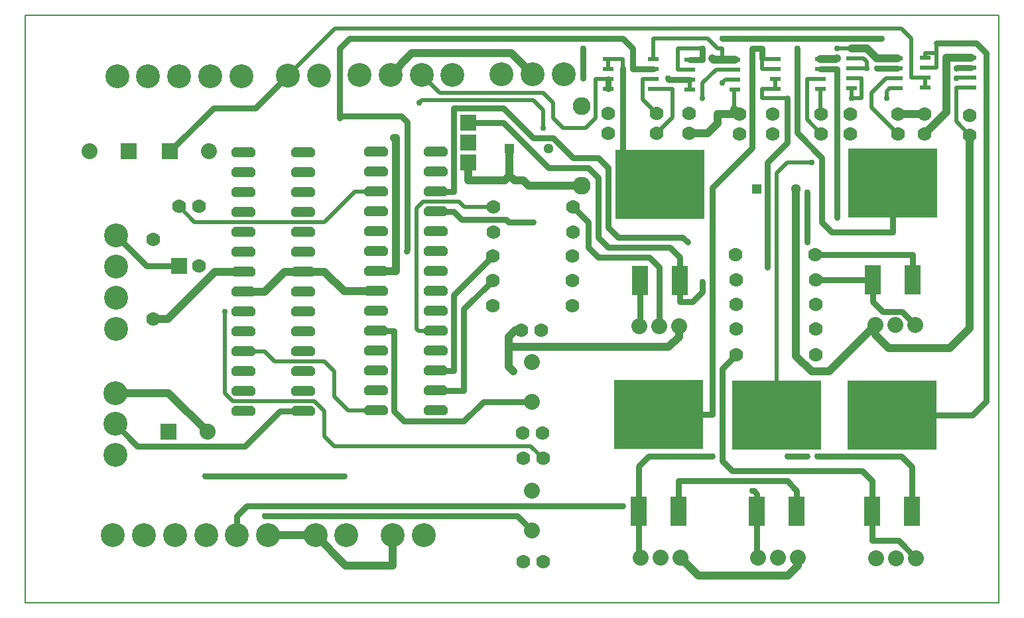
<source format=gbr>
G04 PROTEUS GERBER X2 FILE*
%TF.GenerationSoftware,Labcenter,Proteus,8.9-SP0-Build27865*%
%TF.CreationDate,2020-10-13T12:24:17+00:00*%
%TF.FileFunction,Copper,L1,Top*%
%TF.FilePolarity,Positive*%
%TF.Part,Single*%
%TF.SameCoordinates,{eb038a7c-90c0-4424-89c4-d0a3f05e8ce7}*%
%FSLAX45Y45*%
%MOMM*%
G01*
%TA.AperFunction,Conductor*%
%ADD10C,0.762000*%
%ADD11C,0.508000*%
%ADD12C,1.016000*%
%TA.AperFunction,ViaPad*%
%ADD13C,0.762000*%
%TA.AperFunction,ComponentPad*%
%ADD14C,3.048000*%
%TA.AperFunction,SMDPad,CuDef*%
%ADD15R,1.397000X0.609600*%
%TA.AperFunction,SMDPad,CuDef*%
%ADD16R,11.430000X8.890000*%
%ADD17R,2.032000X3.810000*%
%TA.AperFunction,WasherPad*%
%ADD18R,1.280000X1.280000*%
%TA.AperFunction,ComponentPad*%
%ADD19C,1.280000*%
%ADD70C,1.778000*%
%TA.AperFunction,ComponentPad*%
%ADD71C,2.032000*%
%AMDIL012*
4,1,8,
-1.524000,0.330200,-1.219200,0.635000,1.219200,0.635000,1.524000,0.330200,1.524000,-0.330200,
1.219200,-0.635000,-1.219200,-0.635000,-1.524000,-0.330200,-1.524000,0.330200,
0*%
%TA.AperFunction,ComponentPad*%
%ADD20DIL012*%
%TA.AperFunction,ComponentPad*%
%ADD21R,2.032000X2.032000*%
%TA.AperFunction,ComponentPad*%
%ADD22C,2.286000*%
%TA.AperFunction,Profile*%
%ADD23C,0.203200*%
%TD.AperFunction*%
D10*
X+589280Y+4132580D02*
X+589280Y+4889500D01*
X+462280Y+5016500D01*
X-190500Y+5016500D01*
X-317500Y+5143500D01*
X-317500Y+5463540D01*
X-510540Y+5656580D01*
D11*
X+558800Y+6850380D02*
X+381000Y+7028180D01*
X+381000Y+7294880D01*
X+519040Y+7294880D01*
X+1397000Y+7239000D02*
X+1397000Y+7249160D01*
X+1435100Y+7287260D01*
X+1560440Y+7287260D01*
X+2656840Y+6591300D02*
X+2476500Y+6771640D01*
X+2476500Y+7292340D01*
X+2650100Y+7292340D01*
X+3637280Y+6591300D02*
X+3302000Y+6926580D01*
X+3302000Y+7112000D01*
X+3489960Y+7299960D01*
X+3628000Y+7299960D01*
X+4381500Y+7302500D02*
X+4389120Y+7310120D01*
X+4566920Y+7310120D01*
D10*
X-1031240Y+3172460D02*
X-1651000Y+3172460D01*
X-1902460Y+2921000D01*
X-2667000Y+2921000D01*
X-2794000Y+3048000D01*
X-2794000Y+4074160D01*
X-3022600Y+4074160D01*
X-6350000Y+2885440D02*
X-6068060Y+2603500D01*
X-4699000Y+2603500D01*
X-4249960Y+3052540D01*
X-3952240Y+3052540D01*
X-1033780Y+1526540D02*
X-1221740Y+1714500D01*
X-4445000Y+1714500D01*
X+850900Y+4716780D02*
X+850900Y+5016500D01*
X+723900Y+5143500D01*
X-63500Y+5143500D01*
X-190500Y+5270500D01*
X-190500Y+6032500D01*
X-317500Y+6159500D01*
X-825500Y+6159500D01*
X-1402080Y+6736080D01*
X-1844040Y+6736080D01*
X+2580640Y+5049520D02*
X+3827780Y+5049520D01*
X+3827780Y+4726940D01*
X+850900Y+4716780D02*
X+850900Y+4445000D01*
X+1016000Y+4445000D01*
X+1143000Y+4572000D01*
X+1143000Y+4699000D01*
X+2222500Y+2159000D02*
X+838200Y+2159000D01*
X+838200Y+1775460D01*
X+2603500Y+2476500D02*
X+3683000Y+2476500D01*
X+3817620Y+2341880D01*
X+3817620Y+1770380D01*
X+2222500Y+2476500D02*
X+2476500Y+2476500D01*
X+2222500Y+2159000D02*
X+2344420Y+2037080D01*
X+2344420Y+1770380D01*
D11*
X-4714240Y+3814540D02*
X-4445000Y+3814540D01*
X-4318000Y+3687540D01*
X-3683000Y+3687540D01*
X-3556000Y+3560540D01*
X-3556000Y+3238500D01*
X-3375660Y+3058160D01*
X-3022600Y+3058160D01*
X+1143000Y+7048500D02*
X+1143000Y+7239000D01*
X+1318260Y+7414260D01*
X+1560440Y+7414260D01*
X-2476500Y+6985000D02*
X-2440940Y+7020560D01*
X-1016000Y+7020560D01*
X-889000Y+6893560D01*
X-889000Y+6667500D01*
D10*
X+2857500Y+5524500D02*
X+2857500Y+7419340D01*
X+2650100Y+7419340D01*
X-1016000Y+5461000D02*
X-1333500Y+5461000D01*
X-1367790Y+5495290D01*
X-1929130Y+5495290D01*
X-2032000Y+5598160D01*
X-2260600Y+5598160D01*
X+3365500Y+7429500D02*
X+3368040Y+7426960D01*
X+3628000Y+7426960D01*
X+2476500Y+5207000D02*
X+2476500Y+5842000D01*
X+952500Y+5207000D02*
X+889000Y+5270500D01*
X+63500Y+5270500D01*
X-63500Y+5397500D01*
X-63500Y+6159500D01*
X-190500Y+6286500D01*
X-508000Y+6286500D01*
X-762000Y+6540500D01*
X-1016000Y+6540500D01*
X-1397000Y+6921500D01*
X-2032000Y+6921500D01*
X-2032000Y+5852161D01*
X-2260600Y+5852160D01*
X-2260600Y+5852161D01*
X+4381500Y+7429500D02*
X+4389120Y+7437120D01*
X+4566920Y+7437120D01*
X+1397000Y+7810500D02*
X+3429000Y+7810500D01*
D12*
X+972820Y+6593840D02*
X+1206500Y+6593840D01*
X+1333500Y+6720840D01*
X+1333500Y+6842760D01*
X+1549400Y+6842760D01*
X+1615440Y+6842760D02*
X+1549400Y+6842760D01*
X+1549400Y+6906260D02*
X+1549400Y+6842760D01*
X-1165860Y+4084320D02*
X-1244600Y+4084320D01*
X-1333500Y+3995420D01*
X-1333500Y+3873500D01*
X-1270000Y+3556000D02*
X-1333500Y+3619500D01*
X-1333500Y+3873500D01*
X-6350000Y+3281680D02*
X-5671820Y+3281680D01*
X-5173980Y+2783840D01*
X-3022600Y+4582160D02*
X-3434620Y+4582160D01*
X-3683000Y+4830540D01*
X-3952240Y+4830540D01*
X-4714240Y+4576540D02*
X-4445000Y+4576540D01*
X-4191000Y+4830540D01*
X-3952240Y+4830540D01*
D11*
X+558800Y+6596380D02*
X+762000Y+6799580D01*
X+762000Y+7167880D01*
X+519040Y+7167880D01*
X+3492500Y+7048500D02*
X+3492500Y+7134860D01*
X+3530600Y+7172960D01*
X+3628000Y+7172960D01*
X+4556760Y+6576060D02*
X+4381500Y+6751320D01*
X+4381500Y+7183120D01*
X+4566920Y+7183120D01*
D12*
X-2839720Y+7345680D02*
X-2565400Y+7620000D01*
X-1297940Y+7620000D01*
X-1026160Y+7348220D01*
D11*
X+1549400Y+6906260D02*
X+1549400Y+7160260D01*
X+1560440Y+7160260D01*
D12*
X-3797300Y+1465580D02*
X-3411220Y+1079500D01*
X-2811780Y+1079500D01*
X-2811780Y+1463040D01*
D11*
X+2656840Y+6845300D02*
X+2650100Y+6852040D01*
X+2650100Y+7165340D01*
D12*
X-3797300Y+1465580D02*
X-3799840Y+1463040D01*
X-4401820Y+1463040D01*
X+3977640Y+6845300D02*
X+3637280Y+6845300D01*
X+2338960Y+5887720D02*
X+2338960Y+3757040D01*
X+2540000Y+3556000D01*
X+3352800Y+4147820D02*
X+2760980Y+3556000D01*
X+2540000Y+3556000D01*
X+1615440Y+6842760D02*
X+1651000Y+6842760D01*
X+1651000Y+6858000D01*
D11*
X-60960Y+7294880D02*
X-218440Y+7294880D01*
X-218440Y+6794500D01*
X-345440Y+6667500D01*
X-635000Y+6667500D01*
X-762000Y+6794500D01*
X-762000Y+6985000D01*
X-889000Y+7112000D01*
X-2209800Y+7112000D01*
X-2443480Y+7345680D01*
D10*
X-60960Y+7294880D02*
X-60960Y+7167880D01*
X+980440Y+7287260D02*
X+713740Y+7287260D01*
X+698500Y+7302500D01*
X-381000Y+7683500D02*
X-381000Y+7302500D01*
D11*
X+980440Y+7287260D02*
X+980440Y+7160260D01*
D10*
X-4798060Y+1463040D02*
X-4798060Y+1714500D01*
X-4671060Y+1841500D01*
X+127000Y+1841500D01*
X+2222500Y+7048500D02*
X+2222500Y+6477000D01*
X+1968500Y+6223000D01*
X+1968500Y+4889500D01*
D11*
X+2070100Y+7165340D02*
X+2070100Y+7292340D01*
X+2070100Y+7165340D02*
X+1905000Y+7165340D01*
X+1905000Y+7048500D01*
X+2222500Y+7048500D01*
X+3048000Y+7048500D02*
X+3175000Y+7048500D01*
X+3175000Y+7299960D01*
X+3048000Y+7299960D01*
X+3048000Y+7048500D02*
X+3048000Y+7172960D01*
D10*
X-4147820Y+7335520D02*
X-4561840Y+6921500D01*
X-5097400Y+6921500D01*
X-5653660Y+6365240D01*
D11*
X-4147820Y+7335520D02*
X-3545840Y+7937500D01*
X+3683000Y+7937500D01*
X+3810000Y+7810500D01*
X+3810000Y+7310120D01*
X+3986920Y+7310120D01*
X+3986920Y+7183120D01*
X-60960Y+7548880D02*
X-60960Y+7421880D01*
D10*
X+127000Y+7429500D02*
X+127000Y+6266180D01*
X+444500Y+5948680D01*
X+596900Y+5948680D01*
D11*
X-60960Y+7548880D02*
X+127000Y+7548880D01*
X+127000Y+7429500D01*
D10*
X+335280Y+4132580D02*
X+342900Y+4140200D01*
X+342900Y+4716780D01*
X-5207000Y+2222500D02*
X-3429000Y+2222500D01*
D11*
X+4127500Y+7620000D02*
X+4127500Y+7437120D01*
X+3986920Y+7437120D01*
X+4127500Y+7747000D02*
X+4127500Y+7620000D01*
D10*
X+4127500Y+7747000D02*
X+4635500Y+7747000D01*
X+4762500Y+7620000D01*
X+4762500Y+3175000D01*
X+4589780Y+3002280D01*
X+3563620Y+3002280D01*
D11*
X+4064000Y+7620000D02*
X+3986920Y+7620000D01*
X+3986920Y+7564120D01*
X+4064000Y+7620000D02*
X+4127500Y+7620000D01*
D10*
X+3309620Y+1770380D02*
X+3309620Y+2159000D01*
X+3182620Y+2286000D01*
X+1524000Y+2286000D01*
X+1397000Y+2413000D01*
X+1397000Y+3591560D01*
X+1577340Y+3771900D01*
X+3309620Y+1770380D02*
X+3309620Y+1397000D01*
X+3644900Y+1397000D01*
X+3868420Y+1173480D01*
X+1905000Y+7556500D02*
X+1905000Y+7683500D01*
X+1778000Y+7683500D01*
X+1778000Y+6413500D01*
X+1270000Y+5905500D01*
X+1270000Y+3007360D01*
X+584200Y+3007360D01*
D11*
X+1905000Y+7556500D02*
X+1905000Y+7419340D01*
X+2070100Y+7419340D01*
X+1905000Y+7556500D02*
X+1915160Y+7546340D01*
X+2070100Y+7546340D01*
D10*
X-1534160Y+5031740D02*
X-2032000Y+4533900D01*
X-2032000Y+3566160D01*
X-2260600Y+3566160D01*
X+330200Y+1775460D02*
X+330200Y+2349500D01*
X+457200Y+2476500D01*
X+1270000Y+2476500D01*
X+330200Y+1775460D02*
X+330200Y+1201420D01*
X+350520Y+1181100D01*
D11*
X+1143000Y+7683500D02*
X+825500Y+7683500D01*
X+825500Y+7414260D01*
X+980440Y+7414260D01*
D10*
X+2349500Y+7683500D02*
X+2349500Y+6604000D01*
X+2667000Y+6286500D01*
X+2667000Y+5461000D01*
X+2794000Y+5334000D01*
X+3573780Y+5334000D01*
X+3573780Y+5958840D01*
X+1143000Y+7683500D02*
X+1143000Y+7541260D01*
X+980440Y+7541260D01*
X+3319780Y+4726940D02*
X+3319780Y+4445000D01*
X+3446780Y+4318000D01*
X+3690620Y+4318000D01*
X+3860800Y+4147820D01*
X+3319780Y+4726940D02*
X+3111500Y+4726940D01*
X+3108960Y+4729480D01*
X+2585720Y+4729480D01*
D11*
X-5539740Y+5664200D02*
X-5341080Y+5465540D01*
X-3683000Y+5465540D01*
X-3296380Y+5852160D01*
X-3022600Y+5852160D01*
D10*
X-5539740Y+4902200D02*
X-5951220Y+4902200D01*
X-6339840Y+5290820D01*
D11*
X+2540000Y+6223000D02*
X+2222500Y+6223000D01*
X+2090420Y+6090920D01*
X+2090420Y+3002280D01*
X+3238500Y+7429500D02*
X+3238500Y+7515860D01*
X+3200400Y+7553960D01*
X+3048000Y+7553960D01*
X+3238500Y+7429500D02*
X+3235960Y+7426960D01*
X+3048000Y+7426960D01*
D10*
X-1536700Y+4719320D02*
X-1905000Y+4351020D01*
X-1905000Y+3312160D01*
X-2260600Y+3312160D01*
X+1836420Y+1770380D02*
X+1836420Y+1993900D01*
X+1798320Y+2032000D01*
X+1778000Y+2032000D01*
X+1836420Y+1770380D02*
X+1836420Y+1193800D01*
X+1849120Y+1181100D01*
D12*
X-4714240Y+4830540D02*
X-5080000Y+4830540D01*
X-5686520Y+4224020D01*
X-5872480Y+4224020D01*
X-1321880Y+6057900D02*
X-1385380Y+5994400D01*
X-1844040Y+5994400D01*
X-1844040Y+6228080D01*
D11*
X+1397000Y+7683500D02*
X+1333500Y+7683500D01*
X+1206500Y+7810500D01*
X+519040Y+7810500D01*
X+519040Y+7548880D01*
D12*
X-398780Y+5930900D02*
X-1079500Y+5930900D01*
X-1143000Y+5994400D01*
X-1258380Y+5994400D01*
X-1321880Y+6057900D01*
D11*
X+3048000Y+7683500D02*
X+2857500Y+7683500D01*
D12*
X-1321880Y+6057900D02*
X-1321880Y+6405880D01*
X+3365500Y+7556500D02*
X+3368040Y+7553960D01*
X+3628000Y+7553960D01*
X+4254500Y+7302500D02*
X+4254500Y+7564120D01*
X+4566920Y+7564120D01*
X+3977640Y+6591300D02*
X+4254500Y+6868160D01*
X+4254500Y+7302500D01*
X+3048000Y+7683500D02*
X+3238500Y+7683500D01*
X+3365500Y+7556500D01*
X+2857500Y+7556500D02*
X+2847340Y+7546340D01*
X+2650100Y+7546340D01*
X+1560440Y+7541260D02*
X+1397000Y+7541260D01*
X+1285240Y+7541260D01*
X+1270000Y+7556500D01*
D11*
X+1397000Y+7541260D02*
X+1397000Y+7683500D01*
X-891540Y+2446020D02*
X-1049020Y+2603500D01*
X-3556000Y+2603500D01*
X-3683000Y+2730500D01*
X-3683000Y+3048922D01*
X-3813618Y+3179540D01*
X-4851400Y+3179540D01*
X-4953000Y+3281140D01*
X-4953000Y+4318000D01*
D12*
X-2794000Y+6540500D02*
X-2771140Y+6540500D01*
X-2771140Y+4836160D01*
X-3022600Y+4836160D01*
D11*
X-2260600Y+4074160D02*
X-2479040Y+4074160D01*
X-2506980Y+4102100D01*
X-2506980Y+5642610D01*
X-2424430Y+5725160D01*
X-1968500Y+5725160D01*
X-1899920Y+5656580D01*
X-1526540Y+5656580D01*
D10*
X-2636520Y+5087620D02*
X-2628900Y+5105400D01*
X-2628900Y+6738620D01*
X-2705100Y+6814820D01*
X-3472180Y+6814820D01*
X-3492500Y+6794500D01*
X-3492500Y+7683500D01*
X-3365500Y+7810500D01*
X+127000Y+7810500D01*
X+254000Y+7683500D01*
X+254000Y+7421880D01*
X+519040Y+7421880D01*
D12*
X+3352800Y+4147820D02*
X+3352800Y+4025900D01*
X+3520440Y+3858260D01*
X+4302760Y+3858260D01*
X+4556760Y+4112260D01*
X+4556760Y+6576060D01*
X+858520Y+1181100D02*
X+1087120Y+952500D01*
X+2230120Y+952500D01*
X+2357120Y+1079500D01*
X+2357120Y+1181100D01*
X-1333500Y+3873500D02*
X-1330960Y+3870960D01*
X+713740Y+3870960D01*
X+843280Y+4000500D01*
X+843280Y+4132580D01*
D13*
X+1397000Y+7239000D03*
X+4381500Y+7302500D03*
X-4445000Y+1714500D03*
X+1143000Y+4699000D03*
X+2603500Y+2476500D03*
X+2476500Y+2476500D03*
X+2222500Y+2476500D03*
X+2222500Y+2159000D03*
X+1143000Y+7048500D03*
X-889000Y+6667500D03*
X-2476500Y+6985000D03*
X+2857500Y+5524500D03*
X-1016000Y+5461000D03*
X+3365500Y+7429500D03*
X+2476500Y+5842000D03*
X+2476500Y+5207000D03*
X+952500Y+5207000D03*
X+4381500Y+7429500D03*
X+3429000Y+7810500D03*
X+1397000Y+7810500D03*
X+3492500Y+7048500D03*
X-1270000Y+3556000D03*
X+698500Y+7302500D03*
X-381000Y+7302500D03*
X-381000Y+7683500D03*
X+127000Y+1841500D03*
X+1968500Y+4889500D03*
X+3048000Y+7048500D03*
X-3429000Y+2222500D03*
X-5207000Y+2222500D03*
X+1270000Y+2476500D03*
X+2349500Y+7683500D03*
X+1143000Y+7683500D03*
X+2540000Y+6223000D03*
X+3238500Y+7429500D03*
X+1778000Y+2032000D03*
X+2857500Y+7683500D03*
X+3365500Y+7556500D03*
X+2857500Y+7556500D03*
X+1270000Y+7556500D03*
X-4953000Y+4318000D03*
X-2794000Y+6540500D03*
X-2636520Y+5087620D03*
D14*
X-6329680Y+7322820D03*
X-5933440Y+7322820D03*
X-5537200Y+7322820D03*
X-5140960Y+7322820D03*
X-4744720Y+7322820D03*
X-3235960Y+7345680D03*
X-2839720Y+7345680D03*
X-2443480Y+7345680D03*
X-2047240Y+7345680D03*
X-4147820Y+7335520D03*
X-3751580Y+7335520D03*
X-4401820Y+1463040D03*
X-4798060Y+1463040D03*
X-5194300Y+1463040D03*
X-5590540Y+1463040D03*
X-5986780Y+1463040D03*
X-6383020Y+1463040D03*
X-3401060Y+1465580D03*
X-3797300Y+1465580D03*
X-2415540Y+1463040D03*
X-2811780Y+1463040D03*
X-6350000Y+2489200D03*
X-6350000Y+2885440D03*
X-6350000Y+3281680D03*
D15*
X-60960Y+7548880D03*
X-60960Y+7421880D03*
X-60960Y+7294880D03*
X-60960Y+7167880D03*
X+519040Y+7167880D03*
X+519040Y+7294880D03*
X+519040Y+7421880D03*
X+519040Y+7548880D03*
X+980440Y+7541260D03*
X+980440Y+7414260D03*
X+980440Y+7287260D03*
X+980440Y+7160260D03*
X+1560440Y+7160260D03*
X+1560440Y+7287260D03*
X+1560440Y+7414260D03*
X+1560440Y+7541260D03*
X+2070100Y+7546340D03*
X+2070100Y+7419340D03*
X+2070100Y+7292340D03*
X+2070100Y+7165340D03*
X+2650100Y+7165340D03*
X+2650100Y+7292340D03*
X+2650100Y+7419340D03*
X+2650100Y+7546340D03*
X+3048000Y+7553960D03*
X+3048000Y+7426960D03*
X+3048000Y+7299960D03*
X+3048000Y+7172960D03*
X+3628000Y+7172960D03*
X+3628000Y+7299960D03*
X+3628000Y+7426960D03*
X+3628000Y+7553960D03*
X+3986920Y+7564120D03*
X+3986920Y+7437120D03*
X+3986920Y+7310120D03*
X+3986920Y+7183120D03*
X+4566920Y+7183120D03*
X+4566920Y+7310120D03*
X+4566920Y+7437120D03*
X+4566920Y+7564120D03*
D16*
X+596900Y+5948680D03*
D17*
X+342900Y+4716780D03*
X+850900Y+4716780D03*
D16*
X+3573780Y+5958840D03*
D17*
X+3319780Y+4726940D03*
X+3827780Y+4726940D03*
D16*
X+584200Y+3007360D03*
D17*
X+330200Y+1775460D03*
X+838200Y+1775460D03*
D16*
X+2090420Y+3002280D03*
D17*
X+1836420Y+1770380D03*
X+2344420Y+1770380D03*
D16*
X+3563620Y+3002280D03*
D17*
X+3309620Y+1770380D03*
X+3817620Y+1770380D03*
D18*
X+1838960Y+5887720D03*
D19*
X+2338960Y+5887720D03*
D70*
X-63500Y+6850380D03*
X-63500Y+6596380D03*
X+972820Y+6847840D03*
X+972820Y+6593840D03*
X+2037080Y+6586220D03*
X+2037080Y+6840220D03*
X+3027680Y+6842760D03*
X+3027680Y+6588760D03*
X+3977640Y+6591300D03*
X+3977640Y+6845300D03*
D71*
X+335280Y+4132580D03*
X+589280Y+4132580D03*
X+843280Y+4132580D03*
X+3860800Y+4147820D03*
X+3606800Y+4147820D03*
X+3352800Y+4147820D03*
X+350520Y+1181100D03*
X+604520Y+1181100D03*
X+858520Y+1181100D03*
X+1849120Y+1181100D03*
X+2103120Y+1181100D03*
X+2357120Y+1181100D03*
X+3868420Y+1173480D03*
X+3614420Y+1173480D03*
X+3360420Y+1173480D03*
D70*
X-1526540Y+5656580D03*
X-510540Y+5656580D03*
X-1529080Y+5334000D03*
X-513080Y+5334000D03*
X-1534160Y+5031740D03*
X-518160Y+5031740D03*
X-1536700Y+4719320D03*
X-520700Y+4719320D03*
X-1531620Y+4394200D03*
X-515620Y+4394200D03*
X+558800Y+6850380D03*
X+558800Y+6596380D03*
X+1615440Y+6588760D03*
X+1615440Y+6842760D03*
X+2656840Y+6591300D03*
X+2656840Y+6845300D03*
X+3637280Y+6591300D03*
X+3637280Y+6845300D03*
X+4556760Y+6576060D03*
X+4556760Y+6830060D03*
X+1564640Y+5049520D03*
X+2580640Y+5049520D03*
X+2585720Y+4729480D03*
X+1569720Y+4729480D03*
X+1572260Y+4411980D03*
X+2588260Y+4411980D03*
X+1572260Y+4097020D03*
X+2588260Y+4097020D03*
X+1577340Y+3771900D03*
X+2593340Y+3771900D03*
D20*
X-3022600Y+6360160D03*
X-3022600Y+6106160D03*
X-3022600Y+5852160D03*
X-3022600Y+5598160D03*
X-3022600Y+5344160D03*
X-3022600Y+5090160D03*
X-3022600Y+4836160D03*
X-3022600Y+4582160D03*
X-3022600Y+4328160D03*
X-3022600Y+4074160D03*
X-3022600Y+3820160D03*
X-3022600Y+3566160D03*
X-3022600Y+3312160D03*
X-3022600Y+3058160D03*
X-2260600Y+3058160D03*
X-2260600Y+3312160D03*
X-2260600Y+3566160D03*
X-2260600Y+3820160D03*
X-2260600Y+4074160D03*
X-2260600Y+4328160D03*
X-2260600Y+4582160D03*
X-2260600Y+4836160D03*
X-2260600Y+5090160D03*
X-2260600Y+5344160D03*
X-2260600Y+5598160D03*
X-2260600Y+5852160D03*
X-2260600Y+6106160D03*
X-2260600Y+6358160D03*
D71*
X-1031240Y+3680460D03*
X-1031240Y+3172460D03*
D70*
X-911860Y+4084320D03*
X-1165860Y+4084320D03*
X-901700Y+2771140D03*
X-1155700Y+2771140D03*
D20*
X-4714240Y+6354540D03*
X-4714240Y+6100540D03*
X-4714240Y+5846540D03*
X-4714240Y+5592540D03*
X-4714240Y+5338540D03*
X-4714240Y+5084540D03*
X-4714240Y+4830540D03*
X-4714240Y+4576540D03*
X-4714240Y+4322540D03*
X-4714240Y+4068540D03*
X-4714240Y+3814540D03*
X-4714240Y+3560540D03*
X-4714240Y+3306540D03*
X-4714240Y+3052540D03*
X-3952240Y+3052540D03*
X-3952240Y+3306540D03*
X-3952240Y+3560540D03*
X-3952240Y+3814540D03*
X-3952240Y+4068540D03*
X-3952240Y+4322540D03*
X-3952240Y+4576540D03*
X-3952240Y+4830540D03*
X-3952240Y+5084540D03*
X-3952240Y+5338540D03*
X-3952240Y+5592540D03*
X-3952240Y+5846540D03*
X-3952240Y+6100540D03*
X-3952240Y+6352540D03*
D71*
X-1033780Y+2034540D03*
X-1033780Y+1526540D03*
D70*
X-891540Y+2446020D03*
X-1145540Y+2446020D03*
X-886460Y+1127760D03*
X-1140460Y+1127760D03*
D21*
X-5539740Y+4902200D03*
D70*
X-5285740Y+4902200D03*
X-5285740Y+5664200D03*
X-5539740Y+5664200D03*
X-5872480Y+4224020D03*
X-5872480Y+5240020D03*
D14*
X-1422400Y+7348220D03*
X-1026160Y+7348220D03*
X-629920Y+7348220D03*
D21*
X-1844040Y+6736080D03*
X-1844040Y+6482080D03*
X-1844040Y+6228080D03*
D22*
X-398780Y+5930900D03*
X-398780Y+6946900D03*
D18*
X-1321880Y+6405880D03*
D19*
X-821880Y+6405880D03*
D21*
X-5673980Y+2783840D03*
D71*
X-5173980Y+2783840D03*
D21*
X-6184900Y+6365240D03*
D71*
X-6684900Y+6365240D03*
D21*
X-5653660Y+6365240D03*
D71*
X-5153660Y+6365240D03*
D14*
X-6339840Y+4102100D03*
X-6339840Y+4498340D03*
X-6339840Y+4894580D03*
X-6339840Y+5290820D03*
D23*
X-7503160Y+607060D02*
X+4927600Y+607060D01*
X+4927600Y+8105140D01*
X-7503160Y+8105140D01*
X-7503160Y+607060D01*
M02*

</source>
